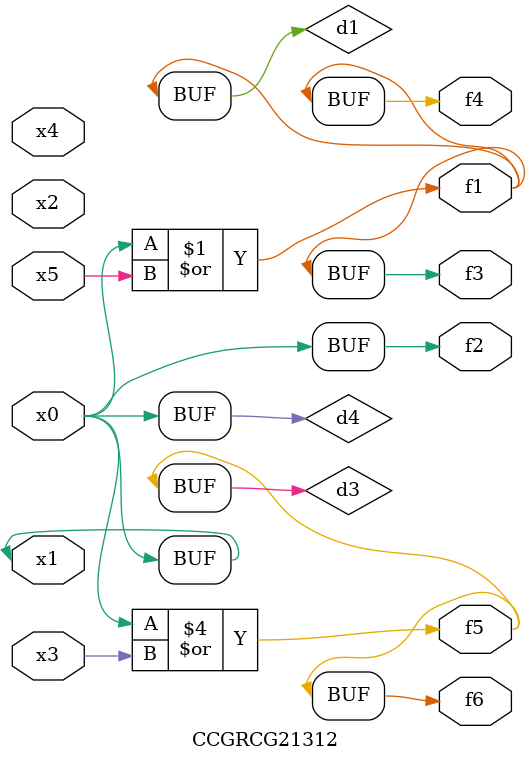
<source format=v>
module CCGRCG21312(
	input x0, x1, x2, x3, x4, x5,
	output f1, f2, f3, f4, f5, f6
);

	wire d1, d2, d3, d4;

	or (d1, x0, x5);
	xnor (d2, x1, x4);
	or (d3, x0, x3);
	buf (d4, x0, x1);
	assign f1 = d1;
	assign f2 = d4;
	assign f3 = d1;
	assign f4 = d1;
	assign f5 = d3;
	assign f6 = d3;
endmodule

</source>
